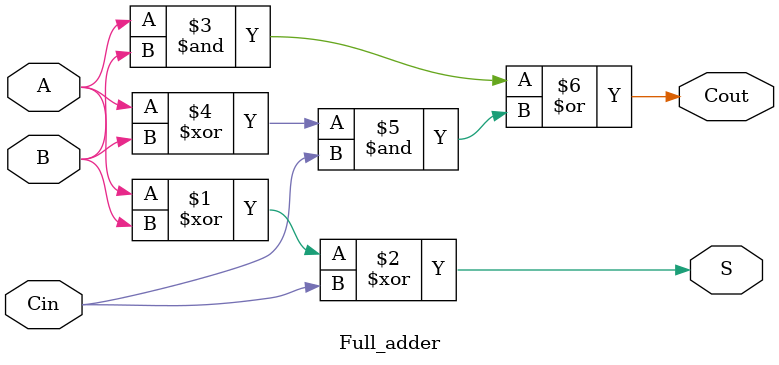
<source format=v>
`timescale 1ns / 1ps


module Full_adder(
    input A,
    input B,
    input Cin,
    output S,
    output Cout
);
 
assign S = A ^ B ^ Cin;
assign Cout = (A & B) | ((A ^ B) & Cin);

endmodule

</source>
